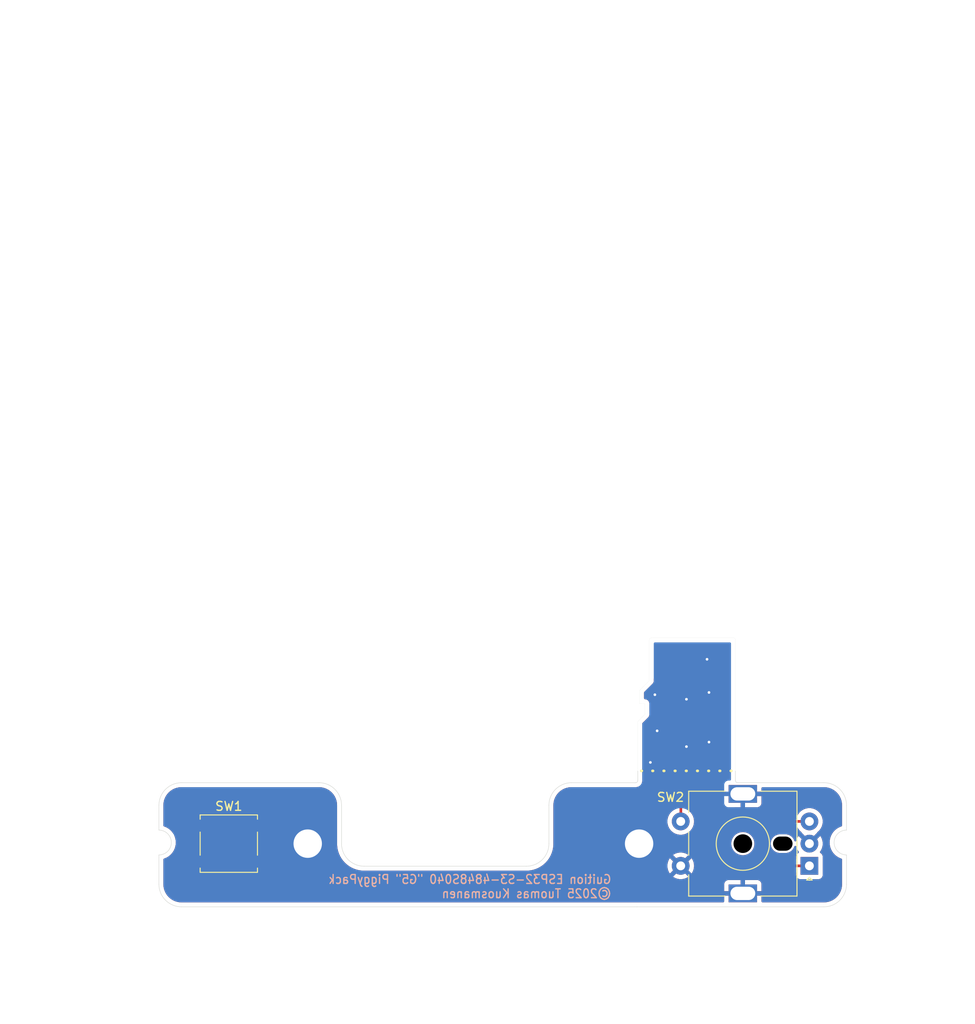
<source format=kicad_pcb>
(kicad_pcb (version 20241229) (generator "pcbnew") (generator_version "9.0")
  (layers (0 "F.Cu" signal) (2 "B.Cu" signal) (13 "F.Paste" user) (15 "B.Paste" user) (5 "F.SilkS" user "F.Silkscreen") (7 "B.SilkS" user "B.Silkscreen") (1 "F.Mask" user) (3 "B.Mask" user) (25 "Edge.Cuts" user))
  (net 0 "")
  (net 1 "ENCSW")
  (net 2 "GND")
  (net 3 "ENCB")
  (net 4 "ENCA")
  (net 5 "POWERSW")
  (net 7 "VCC")
  (footprint "Rotary_Encoder:RotaryEncoder_Alps_EC11E-Switch_Vertical_H20mm_MountingHoles" (layer "F.Cu") (at 136.282 165.06 180)
    (property "Reference" "SW2" (at 15.648 7.724 0) (layer "F.SilkS"))
    (property "Value" "RotaryEncoder_Switch_MP")
    (fp_line (start 13.6 8.4) (end 9.5 8.4) (stroke (width 0.12)) (layer "F.SilkS"))
    (fp_line (start 13.6 6) (end 13.6 8.4) (stroke (width 0.12)) (layer "F.SilkS"))
    (fp_line (start 13.6 1.2) (end 13.6 3.8) (stroke (width 0.12)) (layer "F.SilkS"))
    (fp_line (start 13.6 -3.4) (end 13.6 -1) (stroke (width 0.12)) (layer "F.SilkS"))
    (fp_line (start 9.5 -3.4) (end 13.6 -3.4) (stroke (width 0.12)) (layer "F.SilkS"))
    (fp_line (start 5.5 8.4) (end 1.4 8.4) (stroke (width 0.12)) (layer "F.SilkS"))
    (fp_line (start 5.5 -3.4) (end 1.4 -3.4) (stroke (width 0.12)) (layer "F.SilkS"))
    (fp_line (start 1.4 -3.4) (end 1.4 8.4) (stroke (width 0.12)) (layer "F.SilkS"))
    (fp_line (start 0.3 -1.6) (end 0 -1.3) (stroke (width 0.12)) (layer "F.SilkS"))
    (fp_line (start 0 -1.3) (end -0.3 -1.6) (stroke (width 0.12)) (layer "F.SilkS"))
    (fp_line (start -0.3 -1.6) (end 0.3 -1.6) (stroke (width 0.12)) (layer "F.SilkS"))
    (fp_circle (center 7.5 2.5) (end 10.5 2.5) (stroke (width 0.12)) (fill no) (layer "F.SilkS"))
    (pad "" np_thru_hole oval (at 3 2.5 180) (size 2.2 1.6) (drill oval 2.2 1.6) (layers "*.Mask"))
    (pad "" np_thru_hole circle (at 7.5 2.5 180) (size 2.1 2.1) (drill 2.1) (layers "*.Mask"))
    (pad "A" thru_hole rect (at 0 0 180) (size 2 2) (drill 1) (layers "*.Cu" "*.Mask") (net 4 "ENCA"))
    (pad "B" thru_hole circle (at 0 5 180) (size 2 2) (drill 1) (layers "*.Cu" "*.Mask") (net 3 "ENCB"))
    (pad "C" thru_hole circle (at 0 2.5 180) (size 2 2) (drill 1) (layers "*.Cu" "*.Mask") (net 2 "GND"))
    (pad "MP" thru_hole rect (at 7.5 -3.1 180) (size 3.2 2) (drill oval 2.8 1.5) (layers "*.Cu" "*.Mask") (net 2 "GND"))
    (pad "MP" thru_hole rect (at 7.5 8.1 180) (size 3.2 2) (drill oval 2.8 1.5) (layers "*.Cu" "*.Mask") (net 2 "GND"))
    (pad "S1" thru_hole circle (at 14.5 5 180) (size 2 2) (drill 1) (layers "*.Cu" "*.Mask") (net 1 "ENCSW"))
    (pad "S2" thru_hole circle (at 14.5 0 180) (size 2 2) (drill 1) (layers "*.Cu" "*.Mask") (net 2 "GND"))
  )
  (footprint "MountingHole:MountingHole_3.2mm_M3_ISO14580_Pad_TopBottom" (layer "F.Cu") (at 79.756 162.56)
    (property "Reference" "H1" (hide yes))
    (property "Value" "MountingHole")
    (pad "1" thru_hole circle (at 0 0) (size 3.6 3.6) (drill 3.2) (layers "*.Cu" "*.Mask") (net 2 "GND"))
    (pad "1" connect circle (at 0 0) (size 5.5 5.5) (layers "F.Cu" "F.Mask") (net 2 "GND"))
    (pad "1" connect circle (at 0 0) (size 5.5 5.5) (layers "B.Cu" "B.Mask") (net 2 "GND"))
  )
  (footprint "SimPanelTemp:KSC241GLFS" (layer "F.Cu") (at 70.866 162.56)
    (property "Reference" "SW1" (at 0 -4.208 0) (layer "F.SilkS"))
    (property "Value" "KSC241GLFS")
    (fp_line (start -3.23 -3.23) (end 3.23 -3.23) (stroke (width 0.12)) (layer "F.SilkS"))
    (fp_line (start -3.23 -2.75) (end -3.23 -3.23) (stroke (width 0.12)) (layer "F.SilkS"))
    (fp_line (start -3.23 -1.3) (end -3.23 1.3) (stroke (width 0.12)) (layer "F.SilkS"))
    (fp_line (start -3.23 2.75) (end -3.23 3.2) (stroke (width 0.12)) (layer "F.SilkS"))
    (fp_line (start -3.23 3.23) (end 3.23 3.23) (stroke (width 0.12)) (layer "F.SilkS"))
    (fp_line (start 3.23 -2.75) (end 3.23 -3.2) (stroke (width 0.12)) (layer "F.SilkS"))
    (fp_line (start 3.23 -1.3) (end 3.23 1.3) (stroke (width 0.12)) (layer "F.SilkS"))
    (fp_line (start 3.23 2.75) (end 3.23 3.2) (stroke (width 0.12)) (layer "F.SilkS"))
    (pad "1" smd roundrect (at -4.507 -1.974) (size 2.162 1.392) (layers "F.Cu" "F.Mask" "F.Paste") (roundrect_rratio 0.1) (net 2 "GND"))
    (pad "1" smd roundrect (at 4.507 -1.974) (size 2.162 1.392) (layers "F.Cu" "F.Mask" "F.Paste") (roundrect_rratio 0.1) (net 2 "GND"))
    (pad "2" smd roundrect (at -4.507 2.009) (size 2.162 1.462) (layers "F.Cu" "F.Mask" "F.Paste") (roundrect_rratio 0.1) (net 5 "POWERSW"))
    (pad "2" smd roundrect (at 4.507 2.009) (size 2.162 1.462) (layers "F.Cu" "F.Mask" "F.Paste") (roundrect_rratio 0.1) (net 5 "POWERSW"))
  )
  (footprint "MountingHole:MountingHole_3.2mm_M3_ISO14580_Pad_TopBottom" (layer "F.Cu") (at 117.094 162.56)
    (property "Reference" "H2" (hide yes))
    (property "Value" "MountingHole")
    (pad "1" thru_hole circle (at 0 0) (size 3.6 3.6) (drill 3.2) (layers "*.Cu" "*.Mask") (net 2 "GND"))
    (pad "1" connect circle (at 0 0) (size 5.5 5.5) (layers "F.Cu" "F.Mask") (net 2 "GND"))
    (pad "1" connect circle (at 0 0) (size 5.5 5.5) (layers "B.Cu" "B.Mask") (net 2 "GND"))
  )
  (footprint "SimPanelTemp:microSD_Card" (layer "F.Cu") (at 122.447 147.4858)
    (property "Reference" "X1" (hide yes))
    (property "Value" "microSD_Card" (hide yes))
    (fp_line (start -5.1054 6.8834) (end 5.461 6.8834) (stroke (width 0.3) (type dot)) (layer "F.SilkS"))
    (fp_line (start -5.5 1.32) (end -5.5 6.9) (stroke (width 0.01)) (layer "Edge.Cuts"))
    (fp_line (start -5.3 -0.68) (end -5.3 -2.18) (stroke (width 0.01)) (layer "Edge.Cuts"))
    (fp_line (start -5.3 -0.68) (end -4.7 -0.68) (stroke (width 0.01)) (layer "Edge.Cuts"))
    (fp_line (start -4.7 0.52) (end -5.5 1.32) (stroke (width 0.01)) (layer "Edge.Cuts"))
    (fp_line (start -4.7 0.52) (end -4.7 -0.68) (stroke (width 0.01)) (layer "Edge.Cuts"))
    (fp_line (start -4.2 -3.28) (end -5.3 -2.18) (stroke (width 0.01)) (layer "Edge.Cuts"))
    (fp_line (start -4.2 -3.28) (end -4.2 -7.88) (stroke (width 0.01)) (layer "Edge.Cuts"))
    (fp_line (start -4 -8.08) (end 5.3 -8.08) (stroke (width 0.01)) (layer "Edge.Cuts"))
    (fp_line (start 5.5 6.9) (end 5.5 -7.88) (stroke (width 0.01)) (layer "Edge.Cuts"))
    (fp_arc (start -4.2 -7.88) (mid -4.141421 -8.021421) (end -4 -8.08) (stroke (width 0.01)) (layer "Edge.Cuts"))
    (fp_arc (start 5.3 -8.08) (mid 5.441421 -8.021421) (end 5.5 -7.88) (stroke (width 0.01)) (layer "Edge.Cuts"))
    (pad "1" smd rect (at -3.2 -5.53) (size 0.8 2.9) (layers "F.Cu" "F.Mask" "F.Paste"))
    (pad "2" smd rect (at -2.1 -5.53) (size 0.8 2.9) (layers "F.Cu" "F.Mask" "F.Paste") (net 5 "POWERSW"))
    (pad "3" smd rect (at -1 -5.53) (size 0.8 2.9) (layers "F.Cu" "F.Mask" "F.Paste") (net 1 "ENCSW"))
    (pad "4" smd rect (at 0.1 -5.68) (size 0.8 3.2) (layers "F.Cu" "F.Mask" "F.Paste") (net 7 "VCC"))
    (pad "5" smd rect (at 1.2 -5.53) (size 0.8 2.9) (layers "F.Cu" "F.Mask" "F.Paste") (net 4 "ENCA"))
    (pad "6" smd rect (at 2.3 -5.68) (size 0.8 3.2) (layers "F.Cu" "F.Mask" "F.Paste") (net 2 "GND"))
    (pad "7" smd rect (at 3.4 -5.53) (size 0.8 2.9) (layers "F.Cu" "F.Mask" "F.Paste") (net 3 "ENCB"))
    (pad "8" smd rect (at 4.5 -5.53) (size 0.8 2.9) (layers "F.Cu" "F.Mask" "F.Paste"))
  )
  (gr_arc (start 65.532 169.672) (mid 63.735949 168.928051) (end 62.992 167.132) (stroke (width 0.05)) (layer "Edge.Cuts"))
  (gr_arc (start 140.462 167.132) (mid 139.718051 168.928051) (end 137.922 169.672) (stroke (width 0.05)) (layer "Edge.Cuts"))
  (gr_arc (start 81.026 155.702) (mid 82.822051 156.445949) (end 83.566 158.242) (stroke (width 0.05)) (layer "Edge.Cuts"))
  (gr_line (start 137.922 169.672) (end 116.84 169.672) (stroke (width 0.05)) (layer "Edge.Cuts"))
  (gr_arc (start 137.922 155.702) (mid 139.718051 156.445949) (end 140.462 158.242) (stroke (width 0.05)) (layer "Edge.Cuts"))
  (gr_arc (start 62.992 161.036) (mid 64.389 162.433) (end 62.992 163.83) (stroke (width 0.05)) (layer "Edge.Cuts"))
  (gr_line (start 116.947 154.3858) (end 116.947 155.448) (stroke (width 0.05)) (layer "Edge.Cuts"))
  (gr_line (start 140.462 163.83) (end 140.462 167.132) (stroke (width 0.05)) (layer "Edge.Cuts"))
  (gr_line (start 106.934 162.56) (end 106.934 158.242) (stroke (width 0.05)) (layer "Edge.Cuts"))
  (gr_line (start 104.394 165.1) (end 86.106 165.1) (stroke (width 0.05)) (layer "Edge.Cuts"))
  (gr_arc (start 116.947 155.448) (mid 116.872605 155.627605) (end 116.693 155.702) (stroke (width 0.05)) (layer "Edge.Cuts"))
  (gr_line (start 116.84 169.672) (end 65.532 169.672) (stroke (width 0.05)) (layer "Edge.Cuts"))
  (gr_line (start 65.532 155.702) (end 81.026 155.702) (stroke (width 0.05)) (layer "Edge.Cuts"))
  (gr_arc (start 106.934 162.56) (mid 106.190051 164.356051) (end 104.394 165.1) (stroke (width 0.05)) (layer "Edge.Cuts"))
  (gr_line (start 109.474 155.702) (end 116.693 155.702) (stroke (width 0.05)) (layer "Edge.Cuts"))
  (gr_line (start 83.566 162.56) (end 83.566 158.242) (stroke (width 0.05)) (layer "Edge.Cuts"))
  (gr_line (start 140.462 158.242) (end 140.462 161.036) (stroke (width 0.05)) (layer "Edge.Cuts"))
  (gr_line (start 137.922 155.702) (end 128.201 155.702) (stroke (width 0.05)) (layer "Edge.Cuts"))
  (gr_arc (start 106.934 158.242) (mid 107.677949 156.445949) (end 109.474 155.702) (stroke (width 0.05)) (layer "Edge.Cuts"))
  (gr_arc (start 86.106 165.1) (mid 84.309949 164.356051) (end 83.566 162.56) (stroke (width 0.05)) (layer "Edge.Cuts"))
  (gr_line (start 62.992 161.036) (end 62.992 158.242) (stroke (width 0.05)) (layer "Edge.Cuts"))
  (gr_line (start 127.947 154.3858) (end 127.947 155.448) (stroke (width 0.05)) (layer "Edge.Cuts"))
  (gr_arc (start 62.992 158.242) (mid 63.735949 156.445949) (end 65.532 155.702) (stroke (width 0.05)) (layer "Edge.Cuts"))
  (gr_arc (start 140.462 163.83) (mid 139.065 162.433) (end 140.462 161.036) (stroke (width 0.05)) (layer "Edge.Cuts"))
  (gr_arc (start 128.201 155.702) (mid 128.021395 155.627605) (end 127.947 155.448) (stroke (width 0.05)) (layer "Edge.Cuts"))
  (gr_line (start 62.992 167.132) (end 62.992 163.83) (stroke (width 0.05)) (layer "Edge.Cuts"))
  (gr_text "Guition ESP32-S3-4848S040 {dblquote}G5{dblquote} PiggyPack\n©2025 Tuomas Kuosmanen\n" (at 114.046 167.386 -0) (layer "B.SilkS") (effects (font (size 1 0.9)) (justify left mirror)))
  (segment (start 121.158 153.67) (end 121.798 154.31) (width 0.3) (layer "F.Cu") (net 1))
  (segment (start 121.158 144.90348) (end 121.158 153.67) (width 0.3) (layer "F.Cu") (net 1))
  (segment (start 122.2 159.966) (end 122.294 160.06) (width 0.3) (layer "F.Cu") (net 1))
  (segment (start 121.798 154.31) (end 121.798 160.06) (width 0.3) (layer "F.Cu") (net 1))
  (segment (start 121.447 141.9558) (end 121.447 144.61448) (width 0.3) (layer "F.Cu") (net 1))
  (segment (start 121.447 144.61448) (end 121.158 144.90348) (width 0.3) (layer "F.Cu") (net 1))
  (via (at 119.126 149.86) (size 0.6) (drill 0.3) (layers "F.Cu" "B.Cu") (net 2))
  (via (at 124.747 141.8058) (size 0.6) (drill 0.3) (layers "F.Cu" "B.Cu") (net 2))
  (via (at 122.428 151.638) (size 0.6) (drill 0.3) (layers "F.Cu" "B.Cu") (net 2))
  (via (at 124.968 145.542) (size 0.6) (drill 0.3) (layers "F.Cu" "B.Cu") (net 2))
  (via (at 124.968 151.13) (size 0.6) (drill 0.3) (layers "F.Cu" "B.Cu") (net 2))
  (via (at 118.364 153.416) (size 0.6) (drill 0.3) (layers "F.Cu" "B.Cu") (net 2))
  (via (at 118.872 145.796) (size 0.6) (drill 0.3) (layers "F.Cu" "B.Cu") (net 2))
  (via (at 122.428 146.304) (size 0.6) (drill 0.3) (layers "F.Cu" "B.Cu") (net 2))
  (segment (start 126.492 144.78) (end 125.847 144.135) (width 0.3) (layer "F.Cu") (net 3))
  (segment (start 136.298 160.06) (end 128.31 160.06) (width 0.3) (layer "F.Cu") (net 3))
  (segment (start 126.492 158.242) (end 126.492 144.78) (width 0.3) (layer "F.Cu") (net 3))
  (segment (start 125.847 144.135) (end 125.847 141.9558) (width 0.3) (layer "F.Cu") (net 3))
  (segment (start 128.31 160.06) (end 126.492 158.242) (width 0.3) (layer "F.Cu") (net 3))
  (segment (start 125.984 154.686) (end 125.984 163.322) (width 0.3) (layer "F.Cu") (net 4))
  (segment (start 123.647 152.349) (end 125.984 154.686) (width 0.3) (layer "F.Cu") (net 4))
  (segment (start 125.984 163.322) (end 127.722 165.06) (width 0.3) (layer "F.Cu") (net 4))
  (segment (start 127.722 165.06) (end 136.298 165.06) (width 0.3) (layer "F.Cu") (net 4))
  (segment (start 123.647 141.9558) (end 123.647 152.349) (width 0.3) (layer "F.Cu") (net 4))
  (segment (start 75.373 164.442) (end 66.359 164.442) (width 0.3) (layer "F.Cu") (net 5))
  (segment (start 120.347 141.9558) (end 120.347 144.6134) (width 0.3) (layer "F.Cu") (net 5))
  (segment (start 76.454 166.878) (end 75.373 165.797) (width 0.3) (layer "F.Cu") (net 5))
  (segment (start 66.382 164.592) (end 66.359 164.569) (width 0.3) (layer "F.Cu") (net 5))
  (segment (start 120.65 153.67) (end 107.442 166.878) (width 0.3) (layer "F.Cu") (net 5))
  (segment (start 120.65 144.9164) (end 120.65 153.67) (width 0.3) (layer "F.Cu") (net 5))
  (segment (start 107.442 166.878) (end 76.454 166.878) (width 0.3) (layer "F.Cu") (net 5))
  (segment (start 75.373 165.797) (end 75.373 164.442) (width 0.3) (layer "F.Cu") (net 5))
  (segment (start 120.347 144.6134) (end 120.65 144.9164) (width 0.3) (layer "F.Cu") (net 5))
  (zone (net 2) (net_name "GND") (layers "F.Cu" "B.Cu") (connect_pads (clearance 0.5)) (min_thickness 0.25) (fill yes (thermal_gap 0.5) (thermal_bridge_width 0.5))
    (polygon (pts (xy 46.355 135.255) (xy 153.67 135.255) (xy 154.94 181.61) (xy 45.085 182.88)))
  )
)
</source>
